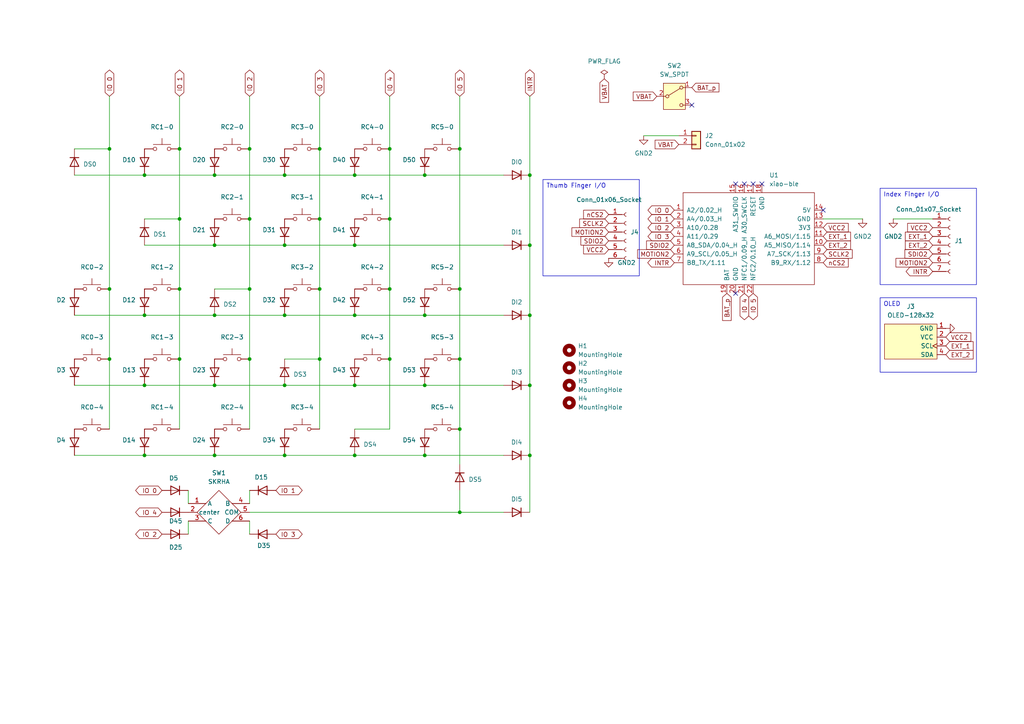
<source format=kicad_sch>
(kicad_sch (version 20250114) (generator "eeschema") (generator_version "9.0")
  (paper "A4")
  (lib_symbols
    (symbol "Connector:Conn_01x06_Socket" (pin_names (offset 1.016) (hide yes))
      (property "Reference" "J" (at 0 7.62 0))
      (property "Value" "Conn_01x06_Socket" (at 0 -10.16 0))
      (symbol "Conn_01x06_Socket_1_1"
        (polyline (pts (xy -1.27 5.08) (xy -0.508 5.08)) (stroke (width 0.1524)))
        (polyline (pts (xy -1.27 2.54) (xy -0.508 2.54)) (stroke (width 0.1524)))
        (polyline (pts (xy -1.27 0) (xy -0.508 0)) (stroke (width 0.1524)))
        (polyline (pts (xy -1.27 -2.54) (xy -0.508 -2.54)) (stroke (width 0.1524)))
        (polyline (pts (xy -1.27 -5.08) (xy -0.508 -5.08)) (stroke (width 0.1524)))
        (polyline (pts (xy -1.27 -7.62) (xy -0.508 -7.62)) (stroke (width 0.1524)))
        (arc (start 0 4.572) (mid -0.5058 5.08) (end 0 5.588) (stroke (width 0.1524)))
        (arc (start 0 2.032) (mid -0.5058 2.54) (end 0 3.048) (stroke (width 0.1524)))
        (arc (start 0 -0.508) (mid -0.5058 0) (end 0 0.508) (stroke (width 0.1524)))
        (arc (start 0 -3.048) (mid -0.5058 -2.54) (end 0 -2.032) (stroke (width 0.1524)))
        (arc (start 0 -5.588) (mid -0.5058 -5.08) (end 0 -4.572) (stroke (width 0.1524)))
        (arc (start 0 -8.128) (mid -0.5058 -7.62) (end 0 -7.112) (stroke (width 0.1524)))
        (pin passive line (at -5.08 5.08 0) (length 3.81) (name "Pin_1") (number "1"))
        (pin passive line (at -5.08 2.54 0) (length 3.81) (name "Pin_2") (number "2"))
        (pin passive line (at -5.08 0 0) (length 3.81) (name "Pin_3") (number "3"))
        (pin passive line (at -5.08 -2.54 0) (length 3.81) (name "Pin_4") (number "4"))
        (pin passive line (at -5.08 -5.08 0) (length 3.81) (name "Pin_5") (number "5"))
        (pin passive line (at -5.08 -7.62 0) (length 3.81) (name "Pin_6") (number "6"))
      )
    )
    (symbol "Connector:Conn_01x07_Socket" (pin_names (offset 1.016) (hide yes))
      (property "Reference" "J" (at 0 10.16 0))
      (property "Value" "Conn_01x07_Socket" (at 0 -10.16 0))
      (symbol "Conn_01x07_Socket_1_1"
        (polyline (pts (xy -1.27 7.62) (xy -0.508 7.62)) (stroke (width 0.1524)))
        (polyline (pts (xy -1.27 5.08) (xy -0.508 5.08)) (stroke (width 0.1524)))
        (polyline (pts (xy -1.27 2.54) (xy -0.508 2.54)) (stroke (width 0.1524)))
        (polyline (pts (xy -1.27 0) (xy -0.508 0)) (stroke (width 0.1524)))
        (polyline (pts (xy -1.27 -2.54) (xy -0.508 -2.54)) (stroke (width 0.1524)))
        (polyline (pts (xy -1.27 -5.08) (xy -0.508 -5.08)) (stroke (width 0.1524)))
        (polyline (pts (xy -1.27 -7.62) (xy -0.508 -7.62)) (stroke (width 0.1524)))
        (arc (start 0 7.112) (mid -0.5058 7.62) (end 0 8.128) (stroke (width 0.1524)))
        (arc (start 0 4.572) (mid -0.5058 5.08) (end 0 5.588) (stroke (width 0.1524)))
        (arc (start 0 2.032) (mid -0.5058 2.54) (end 0 3.048) (stroke (width 0.1524)))
        (arc (start 0 -0.508) (mid -0.5058 0) (end 0 0.508) (stroke (width 0.1524)))
        (arc (start 0 -3.048) (mid -0.5058 -2.54) (end 0 -2.032) (stroke (width 0.1524)))
        (arc (start 0 -5.588) (mid -0.5058 -5.08) (end 0 -4.572) (stroke (width 0.1524)))
        (arc (start 0 -8.128) (mid -0.5058 -7.62) (end 0 -7.112) (stroke (width 0.1524)))
        (pin passive line (at -5.08 7.62 0) (length 3.81) (name "Pin_1") (number "1"))
        (pin passive line (at -5.08 5.08 0) (length 3.81) (name "Pin_2") (number "2"))
        (pin passive line (at -5.08 2.54 0) (length 3.81) (name "Pin_3") (number "3"))
        (pin passive line (at -5.08 0 0) (length 3.81) (name "Pin_4") (number "4"))
        (pin passive line (at -5.08 -2.54 0) (length 3.81) (name "Pin_5") (number "5"))
        (pin passive line (at -5.08 -5.08 0) (length 3.81) (name "Pin_6") (number "6"))
        (pin passive line (at -5.08 -7.62 0) (length 3.81) (name "Pin_7") (number "7"))
      )
    )
    (symbol "Connector_Generic:Conn_01x02" (pin_names (offset 1.016) (hide yes))
      (property "Reference" "J" (at 0 2.54 0))
      (property "Value" "Conn_01x02" (at 0 -5.08 0))
      (symbol "Conn_01x02_1_1"
        (rectangle (start -1.27 1.27) (end 1.27 -3.81) (stroke (width 0.254)) (fill (type background)))
        (rectangle (start -1.27 0.127) (end 0 -0.127) (stroke (width 0.1524)))
        (rectangle (start -1.27 -2.413) (end 0 -2.667) (stroke (width 0.1524)))
        (pin passive line (at -5.08 0 0) (length 3.81) (name "Pin_1") (number "1"))
        (pin passive line (at -5.08 -2.54 0) (length 3.81) (name "Pin_2") (number "2"))
      )
    )
    (symbol "Diode:1N4148" (pin_numbers (hide yes)) (pin_names (hide yes))
      (property "Reference" "D" (at 0 2.54 0))
      (property "Value" "1N4148" (at 0 -2.54 0))
      (symbol "1N4148_0_1"
        (polyline (pts (xy -1.27 1.27) (xy -1.27 -1.27)) (stroke (width 0.254)))
        (polyline (pts (xy 1.27 1.27) (xy 1.27 -1.27) (xy -1.27 0) (xy 1.27 1.27)) (stroke (width 0.254)))
        (polyline (pts (xy 1.27 0) (xy -1.27 0)))
      )
      (symbol "1N4148_1_1"
        (pin passive line (at -3.81 0 0) (length 2.54) (name "K") (number "1"))
        (pin passive line (at 3.81 0 180) (length 2.54) (name "A") (number "2"))
      )
    )
    (symbol "GND_1" (power) (pin_numbers (hide yes)) (pin_names (offset 0) (hide yes))
      (property "Value" "GND" (at 0 -3.81 0))
      (symbol "GND_1_0_1"
        (polyline (pts (xy 0 0) (xy 0 -1.27) (xy 1.27 -1.27) (xy 0 -2.54) (xy -1.27 -1.27) (xy 0 -1.27)))
      )
      (symbol "GND_1_1_1"
        (pin power_in line (at 0 0 270) (length 0) (name "~") (number "1"))
      )
    )
    (symbol "GND_2" (power) (pin_numbers (hide yes)) (pin_names (offset 0) (hide yes))
      (property "Value" "GND" (at 0 -3.81 0))
      (symbol "GND_2_0_1"
        (polyline (pts (xy 0 0) (xy 0 -1.27) (xy 1.27 -1.27) (xy 0 -2.54) (xy -1.27 -1.27) (xy 0 -1.27)))
      )
      (symbol "GND_2_1_1"
        (pin power_in line (at 0 0 270) (length 0) (name "~") (number "1"))
      )
    )
    (symbol "Mechanical:MountingHole" (pin_names (offset 1.016)) (in_bom no)
      (property "Reference" "H" (at 0 5.08 0))
      (property "Value" "MountingHole" (at 0 3.175 0))
      (symbol "MountingHole_0_1"
        (circle (center 0 0) (radius 1.27) (stroke (width 1.27)))
      )
    )
    (symbol "SW_SPDT_1" (pin_names (offset 0) (hide yes))
      (property "Reference" "SW" (at 0 5.08 0))
      (property "Value" "SW_SPDT" (at 0 -5.08 0))
      (symbol "SW_SPDT_1_0_1"
        (circle (center -2.032 0) (radius 0.4572))
        (polyline (pts (xy -1.651 0.254) (xy 1.651 2.286)))
        (circle (center 2.032 2.54) (radius 0.4572))
        (circle (center 2.032 -2.54) (radius 0.4572))
      )
      (symbol "SW_SPDT_1_1_1"
        (rectangle (start -3.175 3.81) (end 3.175 -3.81) (fill (type background)))
        (pin passive line (at -5.08 0 0) (length 2.54) (name "B") (number "2"))
        (pin passive line (at 5.08 2.54 180) (length 2.54) (name "A") (number "1"))
        (pin passive line (at 5.08 -2.54 180) (length 2.54) (name "C") (number "3"))
      )
    )
    (symbol "Switch:SW_Push" (pin_numbers (hide yes)) (pin_names (offset 1.016) (hide yes))
      (property "Reference" "SW" (at 1.27 2.54 0))
      (property "Value" "SW_Push" (at 0 -1.524 0))
      (symbol "SW_Push_0_1"
        (circle (center -2.032 0) (radius 0.508))
        (polyline (pts (xy 0 1.27) (xy 0 3.048)))
        (circle (center 2.032 0) (radius 0.508))
        (polyline (pts (xy 2.54 1.27) (xy -2.54 1.27)))
        (pin passive line (at -5.08 0 0) (length 2.54) (name "1") (number "1"))
        (pin passive line (at 5.08 0 180) (length 2.54) (name "2") (number "2"))
      )
    )
    (symbol "display:OLED-128x32" (pin_names (offset 1.016))
      (property "Reference" "J" (at 0 -6.35 0))
      (property "Value" "OLED-128x32" (at 0 6.35 0))
      (symbol "OLED-128x32_0_1"
        (rectangle (start 0 5.08) (end 15.24 -5.08) (fill (type background)))
      )
      (symbol "OLED-128x32_1_1"
        (pin bidirectional line (at -2.54 3.81 0) (length 2.54) (name "SDA") (number "4"))
        (pin input clock (at -2.54 1.27 0) (length 2.54) (name "SCL") (number "3"))
        (pin power_in line (at -2.54 -1.27 0) (length 2.54) (name "VCC") (number "2"))
        (pin power_in line (at -2.54 -3.81 0) (length 2.54) (name "GND") (number "1"))
      )
    )
    (symbol "mcu:xiao-ble" (pin_names (offset 1.016))
      (property "Reference" "U" (at -17.78 16.51 0))
      (property "Value" "xiao-ble" (at -15.24 13.97 0))
      (symbol "xiao-ble_0_1"
        (rectangle (start -19.05 12.7) (end 19.05 -13.97))
      )
      (symbol "xiao-ble_1_1"
        (pin bidirectional line (at -21.59 7.62 0) (length 2.54) (name "A2/0.02_H") (number "1"))
        (pin bidirectional line (at -21.59 5.08 0) (length 2.54) (name "A4/0.03_H") (number "2"))
        (pin bidirectional line (at -21.59 2.54 0) (length 2.54) (name "A10/0.28") (number "3"))
        (pin bidirectional line (at -21.59 0 0) (length 2.54) (name "A11/0.29") (number "4"))
        (pin bidirectional line (at -21.59 -2.54 0) (length 2.54) (name "A8_SDA/0.04_H") (number "5"))
        (pin bidirectional line (at -21.59 -5.08 0) (length 2.54) (name "A9_SCL/0.05_H") (number "6"))
        (pin bidirectional line (at -21.59 -7.62 0) (length 2.54) (name "B8_TX/1.11") (number "7"))
        (pin bidirectional line (at -6.35 -16.51 90) (length 2.54) (name "BAT") (number "19"))
        (pin input line (at -3.81 15.24 270) (length 2.54) (name "A31_SWDIO") (number "15"))
        (pin power_out line (at -3.81 -16.51 90) (length 2.54) (name "GND") (number "20"))
        (pin input line (at -1.27 15.24 270) (length 2.54) (name "A30_SWCLK") (number "16"))
        (pin bidirectional line (at -1.27 -16.51 90) (length 2.54) (name "NFC1/0.09_H") (number "21"))
        (pin input line (at 1.27 15.24 270) (length 2.54) (name "RESET") (number "17"))
        (pin bidirectional line (at 1.27 -16.51 90) (length 2.54) (name "NFC2/0.10_H") (number "22"))
        (pin power_out line (at 3.81 15.24 270) (length 2.54) (name "GND") (number "18"))
        (pin power_out line (at 21.59 7.62 180) (length 2.54) (name "5V") (number "14"))
        (pin power_out line (at 21.59 5.08 180) (length 2.54) (name "GND") (number "13"))
        (pin power_out line (at 21.59 2.54 180) (length 2.54) (name "3V3") (number "12"))
        (pin bidirectional line (at 21.59 0 180) (length 2.54) (name "A6_MOSI/1.15") (number "11"))
        (pin bidirectional line (at 21.59 -2.54 180) (length 2.54) (name "A5_MISO/1.14") (number "10"))
        (pin bidirectional line (at 21.59 -5.08 180) (length 2.54) (name "A7_SCK/1.13") (number "9"))
        (pin bidirectional line (at 21.59 -7.62 180) (length 2.54) (name "B9_RX/1.12") (number "8"))
      )
    )
    (symbol "power:PWR_FLAG" (power) (pin_numbers (hide yes)) (pin_names (offset 0) (hide yes))
      (property "Value" "PWR_FLAG" (at 0 3.81 0))
      (symbol "PWR_FLAG_0_0"
        (pin power_out line (at 0 0 90) (length 0) (name "~") (number "1"))
      )
      (symbol "PWR_FLAG_0_1"
        (polyline (pts (xy 0 0) (xy 0 1.27) (xy -1.016 1.905) (xy 0 2.54) (xy 1.016 1.905) (xy 0 1.27)))
      )
    )
    (symbol "switch:SKRHA"
      (property "Reference" "SW" (at 0 8.89 0))
      (property "Value" "SKRHA" (at 0 -8.89 0))
      (symbol "SKRHA_0_1"
        (polyline (pts (xy 0 -6.35) (xy 6.35 0) (xy 0 6.35) (xy -6.35 0) (xy 0 -6.35)) (stroke (width 0.1524)))
      )
      (symbol "SKRHA_1_1"
        (pin bidirectional line (at -8.89 2.54 0) (length 5.08) (name "A") (number "1"))
        (pin bidirectional line (at -8.89 0 0) (length 2.54) (name "center") (number "2"))
        (pin bidirectional line (at -8.89 -2.54 0) (length 5.08) (name "C") (number "3"))
        (pin bidirectional line (at 8.89 2.54 180) (length 5.08) (name "B") (number "4"))
        (pin bidirectional line (at 8.89 0 180) (length 2.54) (name "COM") (number "5"))
        (pin bidirectional line (at 8.89 -2.54 180) (length 5.08) (name "D") (number "6"))
      )
    )
  )
  (text_box "Index Finger I/O\n" (at 255.27 54.61 0) (size 27.94 27.94) (margins 0.9525 0.9525 0.9525 0.9525) (effects (font (size 1.27 1.27)) (justify left top)))
  (text_box "Thumb Finger I/O" (at 157.48 52.07 0) (size 27.94 27.94) (margins 0.9525 0.9525 0.9525 0.9525) (effects (font (size 1.27 1.27)) (justify left top)))
  (text_box "OLED\n" (at 255.27 86.36 0) (size 27.94 21.59) (margins 0.9525 0.9525 0.9525 0.9525) (effects (font (size 1.27 1.27)) (justify left top)))
  (junction (at 31.75 104.14))
  (junction (at 92.71 83.82))
  (junction (at 133.35 104.14))
  (junction (at 52.07 83.82))
  (junction (at 72.39 104.14))
  (junction (at 102.87 71.12))
  (junction (at 153.67 71.12))
  (junction (at 153.67 50.8))
  (junction (at 113.03 63.5))
  (junction (at 102.87 132.08))
  (junction (at 82.55 132.08))
  (junction (at 102.87 91.44))
  (junction (at 31.75 83.82))
  (junction (at 41.91 132.08))
  (junction (at 72.39 83.82))
  (junction (at 82.55 91.44))
  (junction (at 41.91 91.44))
  (junction (at 113.03 83.82))
  (junction (at 153.67 132.08))
  (junction (at 62.23 50.8))
  (junction (at 82.55 50.8))
  (junction (at 123.19 132.08))
  (junction (at 52.07 63.5))
  (junction (at 31.75 43.18))
  (junction (at 72.39 63.5))
  (junction (at 92.71 63.5))
  (junction (at 62.23 91.44))
  (junction (at 153.67 91.44))
  (junction (at 62.23 111.76))
  (junction (at 113.03 104.14))
  (junction (at 52.07 104.14))
  (junction (at 41.91 111.76))
  (junction (at 113.03 43.18))
  (junction (at 92.71 104.14))
  (junction (at 62.23 132.08))
  (junction (at 62.23 71.12))
  (junction (at 133.35 148.59))
  (junction (at 123.19 50.8))
  (junction (at 123.19 111.76))
  (junction (at 133.35 124.46))
  (junction (at 52.07 43.18))
  (junction (at 41.91 50.8))
  (junction (at 82.55 71.12))
  (junction (at 72.39 43.18))
  (junction (at 102.87 50.8))
  (junction (at 133.35 83.82))
  (junction (at 102.87 111.76))
  (junction (at 133.35 43.18))
  (junction (at 92.71 43.18))
  (junction (at 153.67 111.76))
  (junction (at 82.55 111.76))
  (junction (at 123.19 91.44))
  (no_connect (at 200.66 30.48))
  (no_connect (at 220.98 53.34))
  (no_connect (at 218.44 53.34))
  (no_connect (at 213.36 85.09))
  (no_connect (at 215.9 53.34))
  (no_connect (at 213.36 53.34))
  (no_connect (at 238.76 60.96))
  (wire (pts (xy 72.39 63.5) (xy 72.39 83.82)))
  (wire (pts (xy 72.39 83.82) (xy 72.39 104.14)))
  (wire (pts (xy 72.39 43.18) (xy 72.39 63.5)))
  (wire (pts (xy 102.87 124.46) (xy 113.03 124.46)))
  (wire (pts (xy 62.23 111.76) (xy 82.55 111.76)))
  (wire (pts (xy 92.71 43.18) (xy 92.71 63.5)))
  (wire (pts (xy 259.08 63.5) (xy 270.51 63.5)))
  (wire (pts (xy 52.07 43.18) (xy 52.07 63.5)))
  (wire (pts (xy 82.55 91.44) (xy 102.87 91.44)))
  (wire (pts (xy 133.35 104.14) (xy 133.35 124.46)))
  (wire (pts (xy 146.05 111.76) (xy 123.19 111.76)))
  (wire (pts (xy 21.59 132.08) (xy 41.91 132.08)))
  (wire (pts (xy 31.75 27.94) (xy 31.75 43.18)))
  (wire (pts (xy 146.05 132.08) (xy 123.19 132.08)))
  (wire (pts (xy 82.55 50.8) (xy 102.87 50.8)))
  (wire (pts (xy 102.87 111.76) (xy 123.19 111.76)))
  (wire (pts (xy 102.87 132.08) (xy 123.19 132.08)))
  (wire (pts (xy 41.91 111.76) (xy 62.23 111.76)))
  (wire (pts (xy 62.23 83.82) (xy 72.39 83.82)))
  (wire (pts (xy 62.23 132.08) (xy 82.55 132.08)))
  (wire (pts (xy 52.07 27.94) (xy 52.07 43.18)))
  (wire (pts (xy 153.67 71.12) (xy 153.67 91.44)))
  (wire (pts (xy 153.67 91.44) (xy 153.67 111.76)))
  (wire (pts (xy 186.69 39.37) (xy 196.85 39.37)))
  (wire (pts (xy 62.23 91.44) (xy 82.55 91.44)))
  (wire (pts (xy 41.91 132.08) (xy 62.23 132.08)))
  (wire (pts (xy 92.71 83.82) (xy 92.71 104.14)))
  (wire (pts (xy 146.05 50.8) (xy 123.19 50.8)))
  (wire (pts (xy 31.75 83.82) (xy 31.75 104.14)))
  (wire (pts (xy 41.91 71.12) (xy 62.23 71.12)))
  (wire (pts (xy 102.87 71.12) (xy 146.05 71.12)))
  (wire (pts (xy 72.39 154.94) (xy 72.39 151.13)))
  (wire (pts (xy 62.23 50.8) (xy 82.55 50.8)))
  (wire (pts (xy 82.55 71.12) (xy 102.87 71.12)))
  (wire (pts (xy 113.03 104.14) (xy 113.03 124.46)))
  (wire (pts (xy 72.39 27.94) (xy 72.39 43.18)))
  (wire (pts (xy 113.03 83.82) (xy 113.03 104.14)))
  (wire (pts (xy 52.07 63.5) (xy 52.07 83.82)))
  (wire (pts (xy 113.03 63.5) (xy 113.03 83.82)))
  (wire (pts (xy 133.35 142.24) (xy 133.35 148.59)))
  (wire (pts (xy 54.61 154.94) (xy 54.61 151.13)))
  (wire (pts (xy 54.61 142.24) (xy 54.61 146.05)))
  (wire (pts (xy 82.55 111.76) (xy 102.87 111.76)))
  (wire (pts (xy 21.59 50.8) (xy 41.91 50.8)))
  (wire (pts (xy 153.67 50.8) (xy 153.67 71.12)))
  (wire (pts (xy 72.39 148.59) (xy 133.35 148.59)))
  (wire (pts (xy 62.23 71.12) (xy 82.55 71.12)))
  (wire (pts (xy 31.75 104.14) (xy 31.75 124.46)))
  (wire (pts (xy 146.05 148.59) (xy 133.35 148.59)))
  (wire (pts (xy 238.76 63.5) (xy 250.19 63.5)))
  (wire (pts (xy 41.91 91.44) (xy 62.23 91.44)))
  (wire (pts (xy 41.91 50.8) (xy 62.23 50.8)))
  (wire (pts (xy 92.71 27.94) (xy 92.71 43.18)))
  (wire (pts (xy 102.87 50.8) (xy 123.19 50.8)))
  (wire (pts (xy 92.71 63.5) (xy 92.71 83.82)))
  (wire (pts (xy 133.35 43.18) (xy 133.35 83.82)))
  (wire (pts (xy 153.67 132.08) (xy 153.67 148.59)))
  (wire (pts (xy 72.39 142.24) (xy 72.39 146.05)))
  (wire (pts (xy 41.91 63.5) (xy 52.07 63.5)))
  (wire (pts (xy 113.03 43.18) (xy 113.03 63.5)))
  (wire (pts (xy 146.05 91.44) (xy 123.19 91.44)))
  (wire (pts (xy 92.71 104.14) (xy 92.71 124.46)))
  (wire (pts (xy 153.67 111.76) (xy 153.67 132.08)))
  (wire (pts (xy 72.39 104.14) (xy 72.39 124.46)))
  (wire (pts (xy 113.03 27.94) (xy 113.03 43.18)))
  (wire (pts (xy 133.35 124.46) (xy 133.35 134.62)))
  (wire (pts (xy 21.59 111.76) (xy 41.91 111.76)))
  (wire (pts (xy 102.87 91.44) (xy 123.19 91.44)))
  (wire (pts (xy 31.75 43.18) (xy 31.75 83.82)))
  (wire (pts (xy 82.55 104.14) (xy 92.71 104.14)))
  (wire (pts (xy 52.07 104.14) (xy 52.07 124.46)))
  (wire (pts (xy 133.35 27.94) (xy 133.35 43.18)))
  (wire (pts (xy 52.07 83.82) (xy 52.07 104.14)))
  (wire (pts (xy 153.67 27.94) (xy 153.67 50.8)))
  (wire (pts (xy 21.59 43.18) (xy 31.75 43.18)))
  (wire (pts (xy 133.35 83.82) (xy 133.35 104.14)))
  (wire (pts (xy 21.59 91.44) (xy 41.91 91.44)))
  (wire (pts (xy 82.55 132.08) (xy 102.87 132.08)))
  (global_label "EXT_1" (shape input) (at 238.76 68.58 0) (property "Intersheetrefs" "${INTERSHEET_REFS}" (effects (hide yes))))
  (global_label "EXT_2" (shape input) (at 270.51 71.12 180) (property "Intersheetrefs" "${INTERSHEET_REFS}" (effects (hide yes))))
  (global_label "MOTION2" (shape input) (at 270.51 76.2 180) (property "Intersheetrefs" "${INTERSHEET_REFS}" (effects (hide yes))))
  (global_label "IO 1" (shape bidirectional) (at 52.07 27.94 90) (property "Intersheetrefs" "${INTERSHEET_REFS}" (effects (hide yes))))
  (global_label "SDIO2" (shape input) (at 270.51 73.66 180) (property "Intersheetrefs" "${INTERSHEET_REFS}" (effects (hide yes))))
  (global_label "VBAT" (shape input) (at 190.5 27.94 180) (property "Intersheetrefs" "${INTERSHEET_REFS}" (effects (hide yes))))
  (global_label "IO 5" (shape bidirectional) (at 218.44 85.09 270) (property "Intersheetrefs" "${INTERSHEET_REFS}" (effects (hide yes))))
  (global_label "VCC2" (shape input) (at 274.32 97.79 0) (property "Intersheetrefs" "${INTERSHEET_REFS}" (effects (hide yes))))
  (global_label "INTR" (shape bidirectional) (at 195.58 76.2 180) (property "Intersheetrefs" "${INTERSHEET_REFS}" (effects (hide yes))))
  (global_label "IO 0" (shape bidirectional) (at 195.58 60.96 180) (property "Intersheetrefs" "${INTERSHEET_REFS}" (effects (hide yes))))
  (global_label "IO 0" (shape bidirectional) (at 31.75 27.94 90) (property "Intersheetrefs" "${INTERSHEET_REFS}" (effects (hide yes))))
  (global_label "MOTION2" (shape input) (at 195.58 73.66 180) (property "Intersheetrefs" "${INTERSHEET_REFS}" (effects (hide yes))))
  (global_label "INTR" (shape bidirectional) (at 153.67 27.94 90) (property "Intersheetrefs" "${INTERSHEET_REFS}" (effects (hide yes))))
  (global_label "VBAT" (shape input) (at 175.26 22.86 270) (property "Intersheetrefs" "${INTERSHEET_REFS}" (effects (hide yes))))
  (global_label "SDIO2" (shape input) (at 176.53 69.85 180) (property "Intersheetrefs" "${INTERSHEET_REFS}" (effects (hide yes))))
  (global_label "IO 4" (shape bidirectional) (at 46.99 148.59 180) (property "Intersheetrefs" "${INTERSHEET_REFS}" (effects (hide yes))))
  (global_label "IO 5" (shape bidirectional) (at 133.35 27.94 90) (property "Intersheetrefs" "${INTERSHEET_REFS}" (effects (hide yes))))
  (global_label "nCS2" (shape input) (at 176.53 62.23 180) (property "Intersheetrefs" "${INTERSHEET_REFS}" (effects (hide yes))))
  (global_label "IO 0" (shape bidirectional) (at 46.99 142.24 180) (property "Intersheetrefs" "${INTERSHEET_REFS}" (effects (hide yes))))
  (global_label "VBAT" (shape input) (at 196.85 41.91 180) (property "Intersheetrefs" "${INTERSHEET_REFS}" (effects (hide yes))))
  (global_label "IO 1" (shape bidirectional) (at 80.01 142.24 0) (property "Intersheetrefs" "${INTERSHEET_REFS}" (effects (hide yes))))
  (global_label "MOTION2" (shape input) (at 176.53 67.31 180) (property "Intersheetrefs" "${INTERSHEET_REFS}" (effects (hide yes))))
  (global_label "IO 2" (shape bidirectional) (at 195.58 66.04 180) (property "Intersheetrefs" "${INTERSHEET_REFS}" (effects (hide yes))))
  (global_label "IO 2" (shape bidirectional) (at 72.39 27.94 90) (property "Intersheetrefs" "${INTERSHEET_REFS}" (effects (hide yes))))
  (global_label "IO 4" (shape bidirectional) (at 215.9 85.09 270) (property "Intersheetrefs" "${INTERSHEET_REFS}" (effects (hide yes))))
  (global_label "BAT_p" (shape input) (at 210.82 85.09 270) (property "Intersheetrefs" "${INTERSHEET_REFS}" (effects (hide yes))))
  (global_label "IO 3" (shape bidirectional) (at 80.01 154.94 0) (property "Intersheetrefs" "${INTERSHEET_REFS}" (effects (hide yes))))
  (global_label "nCS2" (shape input) (at 238.76 76.2 0) (property "Intersheetrefs" "${INTERSHEET_REFS}" (effects (hide yes))))
  (global_label "IO 3" (shape bidirectional) (at 195.58 68.58 180) (property "Intersheetrefs" "${INTERSHEET_REFS}" (effects (hide yes))))
  (global_label "IO 2" (shape bidirectional) (at 46.99 154.94 180) (property "Intersheetrefs" "${INTERSHEET_REFS}" (effects (hide yes))))
  (global_label "SCLK2" (shape input) (at 238.76 73.66 0) (property "Intersheetrefs" "${INTERSHEET_REFS}" (effects (hide yes))))
  (global_label "SCLK2" (shape input) (at 176.53 64.77 180) (property "Intersheetrefs" "${INTERSHEET_REFS}" (effects (hide yes))))
  (global_label "IO 1" (shape bidirectional) (at 195.58 63.5 180) (property "Intersheetrefs" "${INTERSHEET_REFS}" (effects (hide yes))))
  (global_label "VCC2" (shape input) (at 176.53 72.39 180) (property "Intersheetrefs" "${INTERSHEET_REFS}" (effects (hide yes))))
  (global_label "EXT_2" (shape input) (at 238.76 71.12 0) (property "Intersheetrefs" "${INTERSHEET_REFS}" (effects (hide yes))))
  (global_label "SDIO2" (shape input) (at 195.58 71.12 180) (property "Intersheetrefs" "${INTERSHEET_REFS}" (effects (hide yes))))
  (global_label "IO 4" (shape bidirectional) (at 113.03 27.94 90) (property "Intersheetrefs" "${INTERSHEET_REFS}" (effects (hide yes))))
  (global_label "EXT_2" (shape input) (at 274.32 102.87 0) (property "Intersheetrefs" "${INTERSHEET_REFS}" (effects (hide yes))))
  (global_label "INTR" (shape bidirectional) (at 270.51 78.74 180) (property "Intersheetrefs" "${INTERSHEET_REFS}" (effects (hide yes))))
  (global_label "VCC2" (shape input) (at 270.51 66.04 180) (property "Intersheetrefs" "${INTERSHEET_REFS}" (effects (hide yes))))
  (global_label "IO 3" (shape bidirectional) (at 92.71 27.94 90) (property "Intersheetrefs" "${INTERSHEET_REFS}" (effects (hide yes))))
  (global_label "EXT_1" (shape input) (at 270.51 68.58 180) (property "Intersheetrefs" "${INTERSHEET_REFS}" (effects (hide yes))))
  (global_label "BAT_p" (shape input) (at 200.66 25.4 0) (property "Intersheetrefs" "${INTERSHEET_REFS}" (effects (hide yes))))
  (global_label "VCC2" (shape input) (at 238.76 66.04 0) (property "Intersheetrefs" "${INTERSHEET_REFS}" (effects (hide yes))))
  (global_label "EXT_1" (shape input) (at 274.32 100.33 0) (property "Intersheetrefs" "${INTERSHEET_REFS}" (effects (hide yes))))
  (symbol (lib_name "GND_2") (lib_id "power:GND") (at 274.32 95.25 90) (unit 1)
    (property "Reference" "#PWR01" (effects (hide yes)))
    (property "Value" "GND2" (effects (hide yes)))
    (property "Description" "Power symbol creates a global label with name \"GND\" , ground" (effects (hide yes)))
  )
  (symbol (lib_id "Diode:1N4148") (at 76.2 142.24 0) (mirror x) (unit 1)
    (property "Reference" "D15" (at 77.724 138.43 0) (effects (justify right)))
    (property "Value" "1N4148" (effects (hide yes)))
    (property "Footprint" "Sekitei:SOD123_DIO" (effects (hide yes)))
    (property "Datasheet" "https://assets.nexperia.com/documents/data-sheet/1N4148_1N4448.pdf" (effects (hide yes)))
    (property "Sim.Device" "D" (effects (hide yes)))
    (property "Sim.Pins" "1=K 2=A" (effects (hide yes)))
  )
  (symbol (lib_id "Switch:SW_Push") (at 107.95 83.82 0) (mirror y) (unit 1)
    (property "Reference" "RC4-2" (at 107.95 77.47 0))
    (property "Value" "SW_Push" (effects (hide yes)))
    (property "Footprint" "Sekitei:Choc_v2_Hotswap_1u_narrow" (effects (hide yes)))
  )
  (symbol (lib_id "Diode:1N4148") (at 82.55 107.95 90) (mirror x) (unit 1)
    (property "Reference" "DS3" (at 85.09 108.585 90) (effects (justify right)))
    (property "Value" "1N4148" (effects (hide yes)))
    (property "Footprint" "Sekitei:SOD123_DIO" (effects (hide yes)))
    (property "Datasheet" "https://assets.nexperia.com/documents/data-sheet/1N4148_1N4448.pdf" (effects (hide yes)))
    (property "Sim.Device" "D" (effects (hide yes)))
    (property "Sim.Pins" "1=K 2=A" (effects (hide yes)))
  )
  (symbol (lib_id "Diode:1N4148") (at 123.19 107.95 270) (mirror x) (unit 1)
    (property "Reference" "D53" (at 120.65 107.315 90) (effects (justify right)))
    (property "Value" "1N4148" (effects (hide yes)))
    (property "Footprint" "Sekitei:SOD123_DIO" (effects (hide yes)))
    (property "Datasheet" "https://assets.nexperia.com/documents/data-sheet/1N4148_1N4448.pdf" (effects (hide yes)))
    (property "Sim.Device" "D" (effects (hide yes)))
    (property "Sim.Pins" "1=K 2=A" (effects (hide yes)))
  )
  (symbol (lib_name "SW_SPDT_1") (lib_id "Switch:SW_SPDT") (at 195.58 27.94 0) (unit 1)
    (property "Reference" "SW2" (at 195.58 19.05 0))
    (property "Value" "SW_SPDT" (at 195.58 21.59 0))
    (property "Footprint" "Sekitei:SW_Slide-03_Wuerth-WS-SLTV_10x2.5x6.4_P2.54mm" (effects (hide yes)))
    (property "Description" "Switch, single pole double throw" (effects (hide yes)))
  )
  (symbol (lib_id "Diode:1N4148") (at 102.87 67.31 270) (mirror x) (unit 1)
    (property "Reference" "D41" (at 100.33 66.675 90) (effects (justify right)))
    (property "Value" "1N4148" (effects (hide yes)))
    (property "Footprint" "Sekitei:SOD123_DIO" (effects (hide yes)))
    (property "Datasheet" "https://assets.nexperia.com/documents/data-sheet/1N4148_1N4448.pdf" (effects (hide yes)))
    (property "Sim.Device" "D" (effects (hide yes)))
    (property "Sim.Pins" "1=K 2=A" (effects (hide yes)))
  )
  (symbol (lib_id "Mechanical:MountingHole") (at 165.1 106.68 0) (unit 1) (in_bom no)
    (property "Reference" "H2" (at 167.64 105.4099 0) (effects (justify left)))
    (property "Value" "MountingHole" (at 167.64 107.9499 0) (effects (justify left)))
    (property "Footprint" "kbd_Hole:m2_Screw_Hole" (effects (hide yes)))
    (property "Description" "Mounting Hole without connection" (effects (hide yes)))
  )
  (symbol (lib_id "Diode:1N4148") (at 41.91 46.99 270) (mirror x) (unit 1)
    (property "Reference" "D10" (at 39.37 46.355 90) (effects (justify right)))
    (property "Value" "1N4148" (effects (hide yes)))
    (property "Footprint" "Sekitei:SOD123_DIO" (effects (hide yes)))
    (property "Datasheet" "https://assets.nexperia.com/documents/data-sheet/1N4148_1N4448.pdf" (effects (hide yes)))
    (property "Sim.Device" "D" (effects (hide yes)))
    (property "Sim.Pins" "1=K 2=A" (effects (hide yes)))
  )
  (symbol (lib_id "Switch:SW_Push") (at 87.63 83.82 0) (mirror y) (unit 1)
    (property "Reference" "RC3-2" (at 87.63 77.47 0))
    (property "Value" "SW_Push" (effects (hide yes)))
    (property "Footprint" "Sekitei:Choc_v2_Hotswap_1u_narrow" (effects (hide yes)))
  )
  (symbol (lib_id "Switch:SW_Push") (at 26.67 104.14 0) (mirror y) (unit 1)
    (property "Reference" "RC0-3" (at 26.67 97.79 0))
    (property "Value" "SW_Push" (effects (hide yes)))
    (property "Footprint" "Sekitei:Choc_v2_Hotswap_1u_narrow" (effects (hide yes)))
  )
  (symbol (lib_id "Diode:1N4148") (at 102.87 46.99 270) (mirror x) (unit 1)
    (property "Reference" "D40" (at 100.33 46.355 90) (effects (justify right)))
    (property "Value" "1N4148" (effects (hide yes)))
    (property "Footprint" "Sekitei:SOD123_DIO" (effects (hide yes)))
    (property "Datasheet" "https://assets.nexperia.com/documents/data-sheet/1N4148_1N4448.pdf" (effects (hide yes)))
    (property "Sim.Device" "D" (effects (hide yes)))
    (property "Sim.Pins" "1=K 2=A" (effects (hide yes)))
  )
  (symbol (lib_id "switch:SKRHA") (at 63.5 148.59 0) (unit 1)
    (property "Reference" "SW1" (at 63.5 137.16 0))
    (property "Value" "SKRHA" (at 63.5 139.7 0))
    (property "Footprint" "Sekitei:SKRHA-boss" (effects (hide yes)))
  )
  (symbol (lib_id "Switch:SW_Push") (at 67.31 104.14 0) (mirror y) (unit 1)
    (property "Reference" "RC2-3" (at 67.31 97.79 0))
    (property "Value" "SW_Push" (effects (hide yes)))
    (property "Footprint" "Sekitei:Choc_v2_Hotswap_1u_narrow" (effects (hide yes)))
  )
  (symbol (lib_id "Diode:1N4148") (at 41.91 87.63 270) (mirror x) (unit 1)
    (property "Reference" "D12" (at 39.37 86.995 90) (effects (justify right)))
    (property "Value" "1N4148" (effects (hide yes)))
    (property "Footprint" "Sekitei:SOD123_DIO" (effects (hide yes)))
    (property "Datasheet" "https://assets.nexperia.com/documents/data-sheet/1N4148_1N4448.pdf" (effects (hide yes)))
    (property "Sim.Device" "D" (effects (hide yes)))
    (property "Sim.Pins" "1=K 2=A" (effects (hide yes)))
  )
  (symbol (lib_id "Mechanical:MountingHole") (at 165.1 101.6 0) (unit 1) (in_bom no)
    (property "Reference" "H1" (at 167.64 100.3299 0) (effects (justify left)))
    (property "Value" "MountingHole" (at 167.64 102.8699 0) (effects (justify left)))
    (property "Footprint" "kbd_Hole:m2_Screw_Hole" (effects (hide yes)))
    (property "Description" "Mounting Hole without connection" (effects (hide yes)))
  )
  (symbol (lib_id "Diode:1N4148") (at 82.55 128.27 270) (mirror x) (unit 1)
    (property "Reference" "D34" (at 80.01 127.635 90) (effects (justify right)))
    (property "Value" "1N4148" (effects (hide yes)))
    (property "Footprint" "Sekitei:SOD123_DIO" (effects (hide yes)))
    (property "Datasheet" "https://assets.nexperia.com/documents/data-sheet/1N4148_1N4448.pdf" (effects (hide yes)))
    (property "Sim.Device" "D" (effects (hide yes)))
    (property "Sim.Pins" "1=K 2=A" (effects (hide yes)))
  )
  (symbol (lib_id "Switch:SW_Push") (at 107.95 43.18 0) (mirror y) (unit 1)
    (property "Reference" "RC4-0" (at 107.95 36.83 0))
    (property "Value" "SW_Push" (effects (hide yes)))
    (property "Footprint" "Sekitei:Choc_v2_Hotswap_1u_narrow" (effects (hide yes)))
  )
  (symbol (lib_id "Mechanical:MountingHole") (at 165.1 116.84 0) (unit 1) (in_bom no)
    (property "Reference" "H4" (at 167.64 115.5699 0) (effects (justify left)))
    (property "Value" "MountingHole" (at 167.64 118.1099 0) (effects (justify left)))
    (property "Footprint" "kbd_Hole:m2_Screw_Hole" (effects (hide yes)))
    (property "Description" "Mounting Hole without connection" (effects (hide yes)))
  )
  (symbol (lib_id "Switch:SW_Push") (at 67.31 124.46 0) (mirror y) (unit 1)
    (property "Reference" "RC2-4" (at 67.31 118.11 0))
    (property "Value" "SW_Push" (effects (hide yes)))
    (property "Footprint" "Sekitei:Choc_v2_Hotswap_1u_narrow" (effects (hide yes)))
  )
  (symbol (lib_id "Diode:1N4148") (at 149.86 91.44 0) (mirror y) (unit 1)
    (property "Reference" "DI2" (at 149.86 87.63 0))
    (property "Value" "1N4148" (effects (hide yes)))
    (property "Footprint" "Sekitei:SOD123_DIO" (effects (hide yes)))
    (property "Datasheet" "https://assets.nexperia.com/documents/data-sheet/1N4148_1N4448.pdf" (effects (hide yes)))
    (property "Sim.Device" "D" (effects (hide yes)))
    (property "Sim.Pins" "1=K 2=A" (effects (hide yes)))
  )
  (symbol (lib_id "Diode:1N4148") (at 41.91 107.95 270) (mirror x) (unit 1)
    (property "Reference" "D13" (at 39.37 107.315 90) (effects (justify right)))
    (property "Value" "1N4148" (effects (hide yes)))
    (property "Footprint" "Sekitei:SOD123_DIO" (effects (hide yes)))
    (property "Datasheet" "https://assets.nexperia.com/documents/data-sheet/1N4148_1N4448.pdf" (effects (hide yes)))
    (property "Sim.Device" "D" (effects (hide yes)))
    (property "Sim.Pins" "1=K 2=A" (effects (hide yes)))
  )
  (symbol (lib_id "display:OLED-128x32") (at 271.78 99.06 180) (unit 1)
    (property "Reference" "J3" (at 264.16 88.9 0))
    (property "Value" "OLED-128x32" (at 264.16 91.44 0))
    (property "Footprint" "Sekitei:OLED-128x32-cutout" (effects (hide yes)))
  )
  (symbol (lib_id "Diode:1N4148") (at 62.23 87.63 90) (mirror x) (unit 1)
    (property "Reference" "DS2" (at 64.77 88.265 90) (effects (justify right)))
    (property "Value" "1N4148" (effects (hide yes)))
    (property "Footprint" "Sekitei:SOD123_DIO" (effects (hide yes)))
    (property "Datasheet" "https://assets.nexperia.com/documents/data-sheet/1N4148_1N4448.pdf" (effects (hide yes)))
    (property "Sim.Device" "D" (effects (hide yes)))
    (property "Sim.Pins" "1=K 2=A" (effects (hide yes)))
  )
  (symbol (lib_id "Diode:1N4148") (at 62.23 46.99 270) (mirror x) (unit 1)
    (property "Reference" "D20" (at 59.69 46.355 90) (effects (justify right)))
    (property "Value" "1N4148" (effects (hide yes)))
    (property "Footprint" "Sekitei:SOD123_DIO" (effects (hide yes)))
    (property "Datasheet" "https://assets.nexperia.com/documents/data-sheet/1N4148_1N4448.pdf" (effects (hide yes)))
    (property "Sim.Device" "D" (effects (hide yes)))
    (property "Sim.Pins" "1=K 2=A" (effects (hide yes)))
  )
  (symbol (lib_id "Switch:SW_Push") (at 67.31 63.5 0) (mirror y) (unit 1)
    (property "Reference" "RC2-1" (at 67.31 57.15 0))
    (property "Value" "SW_Push" (effects (hide yes)))
    (property "Footprint" "Sekitei:Choc_v2_Hotswap_1u_narrow" (effects (hide yes)))
  )
  (symbol (lib_id "Diode:1N4148") (at 21.59 107.95 270) (mirror x) (unit 1)
    (property "Reference" "D3" (at 19.05 107.315 90) (effects (justify right)))
    (property "Value" "1N4148" (effects (hide yes)))
    (property "Footprint" "Sekitei:SOD123_DIO" (effects (hide yes)))
    (property "Datasheet" "https://assets.nexperia.com/documents/data-sheet/1N4148_1N4448.pdf" (effects (hide yes)))
    (property "Sim.Device" "D" (effects (hide yes)))
    (property "Sim.Pins" "1=K 2=A" (effects (hide yes)))
  )
  (symbol (lib_id "Switch:SW_Push") (at 128.27 124.46 0) (mirror y) (unit 1)
    (property "Reference" "RC5-4" (at 128.27 118.11 0))
    (property "Value" "SW_Push" (effects (hide yes)))
    (property "Footprint" "Sekitei:Choc_v2_Hotswap_1u_narrow" (effects (hide yes)))
  )
  (symbol (lib_id "Switch:SW_Push") (at 107.95 63.5 0) (mirror y) (unit 1)
    (property "Reference" "RC4-1" (at 107.95 57.15 0))
    (property "Value" "SW_Push" (effects (hide yes)))
    (property "Footprint" "Sekitei:Choc_v2_Hotswap_1u_narrow" (effects (hide yes)))
  )
  (symbol (lib_id "Diode:1N4148") (at 21.59 87.63 270) (mirror x) (unit 1)
    (property "Reference" "D2" (at 19.05 86.995 90) (effects (justify right)))
    (property "Value" "1N4148" (effects (hide yes)))
    (property "Footprint" "Sekitei:SOD123_DIO" (effects (hide yes)))
    (property "Datasheet" "https://assets.nexperia.com/documents/data-sheet/1N4148_1N4448.pdf" (effects (hide yes)))
    (property "Sim.Device" "D" (effects (hide yes)))
    (property "Sim.Pins" "1=K 2=A" (effects (hide yes)))
  )
  (symbol (lib_id "Switch:SW_Push") (at 46.99 124.46 0) (mirror y) (unit 1)
    (property "Reference" "RC1-4" (at 46.99 118.11 0))
    (property "Value" "SW_Push" (effects (hide yes)))
    (property "Footprint" "Sekitei:Choc_v2_Hotswap_1u_narrow" (effects (hide yes)))
  )
  (symbol (lib_id "Switch:SW_Push") (at 87.63 63.5 0) (mirror y) (unit 1)
    (property "Reference" "RC3-1" (at 87.63 57.15 0))
    (property "Value" "SW_Push" (effects (hide yes)))
    (property "Footprint" "Sekitei:Choc_v2_Hotswap_1u_narrow" (effects (hide yes)))
  )
  (symbol (lib_id "Diode:1N4148") (at 82.55 46.99 270) (mirror x) (unit 1)
    (property "Reference" "D30" (at 80.01 46.355 90) (effects (justify right)))
    (property "Value" "1N4148" (effects (hide yes)))
    (property "Footprint" "Sekitei:SOD123_DIO" (effects (hide yes)))
    (property "Datasheet" "https://assets.nexperia.com/documents/data-sheet/1N4148_1N4448.pdf" (effects (hide yes)))
    (property "Sim.Device" "D" (effects (hide yes)))
    (property "Sim.Pins" "1=K 2=A" (effects (hide yes)))
  )
  (symbol (lib_id "power:PWR_FLAG") (at 175.26 22.86 0) (unit 1)
    (property "Reference" "#FLG01" (effects (hide yes)))
    (property "Value" "PWR_FLAG" (at 175.26 17.78 0))
    (property "Description" "Special symbol for telling ERC where power comes from" (effects (hide yes)))
  )
  (symbol (lib_id "Diode:1N4148") (at 82.55 87.63 270) (mirror x) (unit 1)
    (property "Reference" "D32" (at 80.01 86.995 90) (effects (justify right)))
    (property "Value" "1N4148" (effects (hide yes)))
    (property "Footprint" "Sekitei:SOD123_DIO" (effects (hide yes)))
    (property "Datasheet" "https://assets.nexperia.com/documents/data-sheet/1N4148_1N4448.pdf" (effects (hide yes)))
    (property "Sim.Device" "D" (effects (hide yes)))
    (property "Sim.Pins" "1=K 2=A" (effects (hide yes)))
  )
  (symbol (lib_id "Diode:1N4148") (at 149.86 132.08 0) (mirror y) (unit 1)
    (property "Reference" "DI4" (at 149.86 128.27 0))
    (property "Value" "1N4148" (effects (hide yes)))
    (property "Footprint" "Sekitei:SOD123_DIO" (effects (hide yes)))
    (property "Datasheet" "https://assets.nexperia.com/documents/data-sheet/1N4148_1N4448.pdf" (effects (hide yes)))
    (property "Sim.Device" "D" (effects (hide yes)))
    (property "Sim.Pins" "1=K 2=A" (effects (hide yes)))
  )
  (symbol (lib_id "Diode:1N4148") (at 102.87 87.63 270) (mirror x) (unit 1)
    (property "Reference" "D42" (at 100.33 86.995 90) (effects (justify right)))
    (property "Value" "1N4148" (effects (hide yes)))
    (property "Footprint" "Sekitei:SOD123_DIO" (effects (hide yes)))
    (property "Datasheet" "https://assets.nexperia.com/documents/data-sheet/1N4148_1N4448.pdf" (effects (hide yes)))
    (property "Sim.Device" "D" (effects (hide yes)))
    (property "Sim.Pins" "1=K 2=A" (effects (hide yes)))
  )
  (symbol (lib_id "Switch:SW_Push") (at 128.27 83.82 0) (mirror y) (unit 1)
    (property "Reference" "RC5-2" (at 128.27 77.47 0))
    (property "Value" "SW_Push" (effects (hide yes)))
    (property "Footprint" "Sekitei:Choc_v2_Hotswap_1u_narrow" (effects (hide yes)))
  )
  (symbol (lib_id "Switch:SW_Push") (at 128.27 104.14 0) (mirror y) (unit 1)
    (property "Reference" "RC5-3" (at 128.27 97.79 0))
    (property "Value" "SW_Push" (effects (hide yes)))
    (property "Footprint" "Sekitei:Choc_v2_Hotswap_1u_narrow" (effects (hide yes)))
  )
  (symbol (lib_id "Diode:1N4148") (at 76.2 154.94 0) (mirror x) (unit 1)
    (property "Reference" "D35" (at 78.486 158.242 0) (effects (justify right)))
    (property "Value" "1N4148" (effects (hide yes)))
    (property "Footprint" "Sekitei:SOD123_DIO" (effects (hide yes)))
    (property "Datasheet" "https://assets.nexperia.com/documents/data-sheet/1N4148_1N4448.pdf" (effects (hide yes)))
    (property "Sim.Device" "D" (effects (hide yes)))
    (property "Sim.Pins" "1=K 2=A" (effects (hide yes)))
  )
  (symbol (lib_id "Diode:1N4148") (at 50.8 154.94 0) (mirror y) (unit 1)
    (property "Reference" "D25" (at 49.022 158.75 0) (effects (justify right)))
    (property "Value" "1N4148" (effects (hide yes)))
    (property "Footprint" "Sekitei:SOD123_DIO" (effects (hide yes)))
    (property "Datasheet" "https://assets.nexperia.com/documents/data-sheet/1N4148_1N4448.pdf" (effects (hide yes)))
    (property "Sim.Device" "D" (effects (hide yes)))
    (property "Sim.Pins" "1=K 2=A" (effects (hide yes)))
  )
  (symbol (lib_id "Diode:1N4148") (at 149.86 71.12 0) (mirror y) (unit 1)
    (property "Reference" "DI1" (at 149.86 67.31 0))
    (property "Value" "1N4148" (effects (hide yes)))
    (property "Footprint" "Sekitei:SOD123_DIO" (effects (hide yes)))
    (property "Datasheet" "https://assets.nexperia.com/documents/data-sheet/1N4148_1N4448.pdf" (effects (hide yes)))
    (property "Sim.Device" "D" (effects (hide yes)))
    (property "Sim.Pins" "1=K 2=A" (effects (hide yes)))
  )
  (symbol (lib_name "GND_2") (lib_id "power:GND") (at 259.08 63.5 0) (unit 1)
    (property "Reference" "#PWR06" (effects (hide yes)))
    (property "Value" "GND2" (at 259.08 68.58 0))
    (property "Description" "Power symbol creates a global label with name \"GND\" , ground" (effects (hide yes)))
  )
  (symbol (lib_id "Diode:1N4148") (at 123.19 87.63 270) (mirror x) (unit 1)
    (property "Reference" "D52" (at 120.65 86.995 90) (effects (justify right)))
    (property "Value" "1N4148" (effects (hide yes)))
    (property "Footprint" "Sekitei:SOD123_DIO" (effects (hide yes)))
    (property "Datasheet" "https://assets.nexperia.com/documents/data-sheet/1N4148_1N4448.pdf" (effects (hide yes)))
    (property "Sim.Device" "D" (effects (hide yes)))
    (property "Sim.Pins" "1=K 2=A" (effects (hide yes)))
  )
  (symbol (lib_id "Mechanical:MountingHole") (at 165.1 111.76 0) (unit 1) (in_bom no)
    (property "Reference" "H3" (at 167.64 110.4899 0) (effects (justify left)))
    (property "Value" "MountingHole" (at 167.64 113.0299 0) (effects (justify left)))
    (property "Footprint" "kbd_Hole:m2_Screw_Hole" (effects (hide yes)))
    (property "Description" "Mounting Hole without connection" (effects (hide yes)))
  )
  (symbol (lib_id "Diode:1N4148") (at 50.8 142.24 0) (mirror y) (unit 1)
    (property "Reference" "D5" (at 49.022 138.684 0) (effects (justify right)))
    (property "Value" "1N4148" (effects (hide yes)))
    (property "Footprint" "Sekitei:SOD123_DIO" (effects (hide yes)))
    (property "Datasheet" "https://assets.nexperia.com/documents/data-sheet/1N4148_1N4448.pdf" (effects (hide yes)))
    (property "Sim.Device" "D" (effects (hide yes)))
    (property "Sim.Pins" "1=K 2=A" (effects (hide yes)))
  )
  (symbol (lib_name "GND_2") (lib_id "power:GND") (at 250.19 63.5 0) (unit 1)
    (property "Reference" "#PWR04" (effects (hide yes)))
    (property "Value" "GND2" (at 250.19 68.58 0))
    (property "Description" "Power symbol creates a global label with name \"GND\" , ground" (effects (hide yes)))
  )
  (symbol (lib_name "GND_1") (lib_id "power:GND") (at 186.69 39.37 0) (unit 1)
    (property "Reference" "#PWR02" (effects (hide yes)))
    (property "Value" "GND2" (at 186.69 44.45 0))
    (property "Description" "Power symbol creates a global label with name \"GND\" , ground" (effects (hide yes)))
  )
  (symbol (lib_id "Diode:1N4148") (at 149.86 111.76 0) (mirror y) (unit 1)
    (property "Reference" "DI3" (at 149.86 107.95 0))
    (property "Value" "1N4148" (effects (hide yes)))
    (property "Footprint" "Sekitei:SOD123_DIO" (effects (hide yes)))
    (property "Datasheet" "https://assets.nexperia.com/documents/data-sheet/1N4148_1N4448.pdf" (effects (hide yes)))
    (property "Sim.Device" "D" (effects (hide yes)))
    (property "Sim.Pins" "1=K 2=A" (effects (hide yes)))
  )
  (symbol (lib_id "mcu:xiao-ble") (at 217.17 68.58 0) (unit 1)
    (property "Reference" "U1" (at 223.1233 50.8 0) (effects (justify left)))
    (property "Value" "xiao-ble" (at 223.1233 53.34 0) (effects (justify left)))
    (property "Footprint" "Sekitei:xiao-ble-smd-cutout-hole-mod" (effects (hide yes)))
  )
  (symbol (lib_id "Connector:Conn_01x06_Socket") (at 181.61 67.31 0) (unit 1)
    (property "Reference" "J4" (at 182.88 67.3099 0) (effects (justify left)))
    (property "Value" "Conn_01x06_Socket" (at 167.132 57.912 0) (effects (justify left)))
    (property "Footprint" "Connector_FFC-FPC:Hirose_FH12-6S-0.5SH_1x06-1MP_P0.50mm_Horizontal" (effects (hide yes)))
    (property "Description" "Generic connector, single row, 01x06, script generated" (effects (hide yes)))
  )
  (symbol (lib_id "Diode:1N4148") (at 133.35 138.43 90) (mirror x) (unit 1)
    (property "Reference" "DS5" (at 135.89 139.065 90) (effects (justify right)))
    (property "Value" "1N4148" (effects (hide yes)))
    (property "Footprint" "Sekitei:SOD123_DIO" (effects (hide yes)))
    (property "Datasheet" "https://assets.nexperia.com/documents/data-sheet/1N4148_1N4448.pdf" (effects (hide yes)))
    (property "Sim.Device" "D" (effects (hide yes)))
    (property "Sim.Pins" "1=K 2=A" (effects (hide yes)))
  )
  (symbol (lib_id "Connector:Conn_01x07_Socket") (at 275.59 71.12 0) (unit 1)
    (property "Reference" "J1" (at 276.86 69.8499 0) (effects (justify left)))
    (property "Value" "Conn_01x07_Socket" (at 259.842 60.706 0) (effects (justify left)))
    (property "Footprint" "Connector_PinHeader_2.54mm:PinHeader_1x07_P2.54mm_Vertical" (effects (hide yes)))
    (property "Description" "Generic connector, single row, 01x07, script generated" (effects (hide yes)))
  )
  (symbol (lib_id "Diode:1N4148") (at 149.86 50.8 0) (mirror y) (unit 1)
    (property "Reference" "DI0" (at 149.86 46.99 0))
    (property "Value" "1N4148" (effects (hide yes)))
    (property "Footprint" "Sekitei:SOD123_DIO" (effects (hide yes)))
    (property "Datasheet" "https://assets.nexperia.com/documents/data-sheet/1N4148_1N4448.pdf" (effects (hide yes)))
    (property "Sim.Device" "D" (effects (hide yes)))
    (property "Sim.Pins" "1=K 2=A" (effects (hide yes)))
  )
  (symbol (lib_id "Diode:1N4148") (at 21.59 46.99 90) (mirror x) (unit 1)
    (property "Reference" "DS0" (at 24.13 47.625 90) (effects (justify right)))
    (property "Value" "1N4148" (effects (hide yes)))
    (property "Footprint" "Sekitei:SOD123_DIO" (effects (hide yes)))
    (property "Datasheet" "https://assets.nexperia.com/documents/data-sheet/1N4148_1N4448.pdf" (effects (hide yes)))
    (property "Sim.Device" "D" (effects (hide yes)))
    (property "Sim.Pins" "1=K 2=A" (effects (hide yes)))
  )
  (symbol (lib_id "Diode:1N4148") (at 41.91 67.31 90) (mirror x) (unit 1)
    (property "Reference" "DS1" (at 44.45 67.945 90) (effects (justify right)))
    (property "Value" "1N4148" (effects (hide yes)))
    (property "Footprint" "Sekitei:SOD123_DIO" (effects (hide yes)))
    (property "Datasheet" "https://assets.nexperia.com/documents/data-sheet/1N4148_1N4448.pdf" (effects (hide yes)))
    (property "Sim.Device" "D" (effects (hide yes)))
    (property "Sim.Pins" "1=K 2=A" (effects (hide yes)))
  )
  (symbol (lib_name "GND_2") (lib_id "power:GND") (at 176.53 74.93 0) (unit 1)
    (property "Reference" "#PWR08" (effects (hide yes)))
    (property "Value" "GND2" (at 179.07 76.1999 0) (effects (justify left)))
    (property "Description" "Power symbol creates a global label with name \"GND\" , ground" (effects (hide yes)))
  )
  (symbol (lib_id "Diode:1N4148") (at 102.87 128.27 90) (mirror x) (unit 1)
    (property "Reference" "DS4" (at 105.41 128.905 90) (effects (justify right)))
    (property "Value" "1N4148" (effects (hide yes)))
    (property "Footprint" "Sekitei:SOD123_DIO" (effects (hide yes)))
    (property "Datasheet" "https://assets.nexperia.com/documents/data-sheet/1N4148_1N4448.pdf" (effects (hide yes)))
    (property "Sim.Device" "D" (effects (hide yes)))
    (property "Sim.Pins" "1=K 2=A" (effects (hide yes)))
  )
  (symbol (lib_id "Switch:SW_Push") (at 46.99 104.14 0) (mirror y) (unit 1)
    (property "Reference" "RC1-3" (at 46.99 97.79 0))
    (property "Value" "SW_Push" (effects (hide yes)))
    (property "Footprint" "Sekitei:Choc_v2_Hotswap_1u_narrow" (effects (hide yes)))
  )
  (symbol (lib_id "Switch:SW_Push") (at 26.67 124.46 0) (mirror y) (unit 1)
    (property "Reference" "RC0-4" (at 26.67 118.11 0))
    (property "Value" "SW_Push" (effects (hide yes)))
    (property "Footprint" "Sekitei:Choc_v2_Hotswap_1u_narrow" (effects (hide yes)))
  )
  (symbol (lib_id "Diode:1N4148") (at 82.55 67.31 270) (mirror x) (unit 1)
    (property "Reference" "D31" (at 80.01 66.675 90) (effects (justify right)))
    (property "Value" "1N4148" (effects (hide yes)))
    (property "Footprint" "Sekitei:SOD123_DIO" (effects (hide yes)))
    (property "Datasheet" "https://assets.nexperia.com/documents/data-sheet/1N4148_1N4448.pdf" (effects (hide yes)))
    (property "Sim.Device" "D" (effects (hide yes)))
    (property "Sim.Pins" "1=K 2=A" (effects (hide yes)))
  )
  (symbol (lib_id "Diode:1N4148") (at 123.19 46.99 270) (mirror x) (unit 1)
    (property "Reference" "D50" (at 120.65 46.355 90) (effects (justify right)))
    (property "Value" "1N4148" (effects (hide yes)))
    (property "Footprint" "Sekitei:SOD123_DIO" (effects (hide yes)))
    (property "Datasheet" "https://assets.nexperia.com/documents/data-sheet/1N4148_1N4448.pdf" (effects (hide yes)))
    (property "Sim.Device" "D" (effects (hide yes)))
    (property "Sim.Pins" "1=K 2=A" (effects (hide yes)))
  )
  (symbol (lib_id "Diode:1N4148") (at 21.59 128.27 270) (mirror x) (unit 1)
    (property "Reference" "D4" (at 19.05 127.635 90) (effects (justify right)))
    (property "Value" "1N4148" (effects (hide yes)))
    (property "Footprint" "Sekitei:SOD123_DIO" (effects (hide yes)))
    (property "Datasheet" "https://assets.nexperia.com/documents/data-sheet/1N4148_1N4448.pdf" (effects (hide yes)))
    (property "Sim.Device" "D" (effects (hide yes)))
    (property "Sim.Pins" "1=K 2=A" (effects (hide yes)))
  )
  (symbol (lib_id "Switch:SW_Push") (at 46.99 43.18 0) (mirror y) (unit 1)
    (property "Reference" "RC1-0" (at 46.99 36.83 0))
    (property "Value" "SW_Push" (effects (hide yes)))
    (property "Footprint" "Sekitei:Choc_v2_Hotswap_1u_narrow" (effects (hide yes)))
  )
  (symbol (lib_id "Diode:1N4148") (at 50.8 148.59 0) (mirror y) (unit 1)
    (property "Reference" "D45" (at 49.022 151.13 0) (effects (justify right)))
    (property "Value" "1N4148" (effects (hide yes)))
    (property "Footprint" "Sekitei:SOD123_DIO" (effects (hide yes)))
    (property "Datasheet" "https://assets.nexperia.com/documents/data-sheet/1N4148_1N4448.pdf" (effects (hide yes)))
    (property "Sim.Device" "D" (effects (hide yes)))
    (property "Sim.Pins" "1=K 2=A" (effects (hide yes)))
  )
  (symbol (lib_id "Switch:SW_Push") (at 46.99 83.82 0) (mirror y) (unit 1)
    (property "Reference" "RC1-2" (at 46.99 77.47 0))
    (property "Value" "SW_Push" (effects (hide yes)))
    (property "Footprint" "Sekitei:Choc_v2_Hotswap_1u_narrow" (effects (hide yes)))
  )
  (symbol (lib_id "Switch:SW_Push") (at 26.67 83.82 0) (mirror y) (unit 1)
    (property "Reference" "RC0-2" (at 26.67 77.47 0))
    (property "Value" "SW_Push" (effects (hide yes)))
    (property "Footprint" "Sekitei:Choc_v2_Hotswap_1u_narrow" (effects (hide yes)))
  )
  (symbol (lib_id "Diode:1N4148") (at 41.91 128.27 270) (mirror x) (unit 1)
    (property "Reference" "D14" (at 39.37 127.635 90) (effects (justify right)))
    (property "Value" "1N4148" (effects (hide yes)))
    (property "Footprint" "Sekitei:SOD123_DIO" (effects (hide yes)))
    (property "Datasheet" "https://assets.nexperia.com/documents/data-sheet/1N4148_1N4448.pdf" (effects (hide yes)))
    (property "Sim.Device" "D" (effects (hide yes)))
    (property "Sim.Pins" "1=K 2=A" (effects (hide yes)))
  )
  (symbol (lib_id "Switch:SW_Push") (at 107.95 104.14 0) (mirror y) (unit 1)
    (property "Reference" "RC4-3" (at 107.95 97.79 0))
    (property "Value" "SW_Push" (effects (hide yes)))
    (property "Footprint" "Sekitei:Choc_v2_Hotswap_1u_narrow" (effects (hide yes)))
  )
  (symbol (lib_id "Diode:1N4148") (at 62.23 107.95 270) (mirror x) (unit 1)
    (property "Reference" "D23" (at 59.69 107.315 90) (effects (justify right)))
    (property "Value" "1N4148" (effects (hide yes)))
    (property "Footprint" "Sekitei:SOD123_DIO" (effects (hide yes)))
    (property "Datasheet" "https://assets.nexperia.com/documents/data-sheet/1N4148_1N4448.pdf" (effects (hide yes)))
    (property "Sim.Device" "D" (effects (hide yes)))
    (property "Sim.Pins" "1=K 2=A" (effects (hide yes)))
  )
  (symbol (lib_id "Diode:1N4148") (at 123.19 128.27 270) (mirror x) (unit 1)
    (property "Reference" "D54" (at 120.65 127.635 90) (effects (justify right)))
    (property "Value" "1N4148" (effects (hide yes)))
    (property "Footprint" "Sekitei:SOD123_DIO" (effects (hide yes)))
    (property "Datasheet" "https://assets.nexperia.com/documents/data-sheet/1N4148_1N4448.pdf" (effects (hide yes)))
    (property "Sim.Device" "D" (effects (hide yes)))
    (property "Sim.Pins" "1=K 2=A" (effects (hide yes)))
  )
  (symbol (lib_id "Switch:SW_Push") (at 128.27 43.18 0) (mirror y) (unit 1)
    (property "Reference" "RC5-0" (at 128.27 36.83 0))
    (property "Value" "SW_Push" (effects (hide yes)))
    (property "Footprint" "Sekitei:Choc_v2_Hotswap_1u_narrow" (effects (hide yes)))
  )
  (symbol (lib_id "Switch:SW_Push") (at 87.63 43.18 0) (mirror y) (unit 1)
    (property "Reference" "RC3-0" (at 87.63 36.83 0))
    (property "Value" "SW_Push" (effects (hide yes)))
    (property "Footprint" "Sekitei:Choc_v2_Hotswap_1u_narrow" (effects (hide yes)))
  )
  (symbol (lib_id "Diode:1N4148") (at 149.86 148.59 0) (mirror y) (unit 1)
    (property "Reference" "DI5" (at 149.86 144.78 0))
    (property "Value" "1N4148" (effects (hide yes)))
    (property "Footprint" "Sekitei:SOD123_DIO" (effects (hide yes)))
    (property "Datasheet" "https://assets.nexperia.com/documents/data-sheet/1N4148_1N4448.pdf" (effects (hide yes)))
    (property "Sim.Device" "D" (effects (hide yes)))
    (property "Sim.Pins" "1=K 2=A" (effects (hide yes)))
  )
  (symbol (lib_id "Diode:1N4148") (at 62.23 128.27 270) (mirror x) (unit 1)
    (property "Reference" "D24" (at 59.69 127.635 90) (effects (justify right)))
    (property "Value" "1N4148" (effects (hide yes)))
    (property "Footprint" "Sekitei:SOD123_DIO" (effects (hide yes)))
    (property "Datasheet" "https://assets.nexperia.com/documents/data-sheet/1N4148_1N4448.pdf" (effects (hide yes)))
    (property "Sim.Device" "D" (effects (hide yes)))
    (property "Sim.Pins" "1=K 2=A" (effects (hide yes)))
  )
  (symbol (lib_id "Diode:1N4148") (at 102.87 107.95 270) (mirror x) (unit 1)
    (property "Reference" "D43" (at 100.33 107.315 90) (effects (justify right)))
    (property "Value" "1N4148" (effects (hide yes)))
    (property "Footprint" "Sekitei:SOD123_DIO" (effects (hide yes)))
    (property "Datasheet" "https://assets.nexperia.com/documents/data-sheet/1N4148_1N4448.pdf" (effects (hide yes)))
    (property "Sim.Device" "D" (effects (hide yes)))
    (property "Sim.Pins" "1=K 2=A" (effects (hide yes)))
  )
  (symbol (lib_id "Switch:SW_Push") (at 67.31 43.18 0) (mirror y) (unit 1)
    (property "Reference" "RC2-0" (at 67.31 36.83 0))
    (property "Value" "SW_Push" (effects (hide yes)))
    (property "Footprint" "Sekitei:Choc_v2_Hotswap_1u_narrow" (effects (hide yes)))
  )
  (symbol (lib_id "Diode:1N4148") (at 62.23 67.31 270) (mirror x) (unit 1)
    (property "Reference" "D21" (at 59.69 66.675 90) (effects (justify right)))
    (property "Value" "1N4148" (effects (hide yes)))
    (property "Footprint" "Sekitei:SOD123_DIO" (effects (hide yes)))
    (property "Datasheet" "https://assets.nexperia.com/documents/data-sheet/1N4148_1N4448.pdf" (effects (hide yes)))
    (property "Sim.Device" "D" (effects (hide yes)))
    (property "Sim.Pins" "1=K 2=A" (effects (hide yes)))
  )
  (symbol (lib_id "Connector_Generic:Conn_01x02") (at 201.93 39.37 0) (unit 1)
    (property "Reference" "J2" (at 204.47 39.37 0) (effects (justify left)))
    (property "Value" "Conn_01x02" (at 204.47 41.91 0) (effects (justify left)))
    (property "Footprint" "Sekitei:JST_ZH_B2B-ZR_1x02_P1.50mm_Vertical" (effects (hide yes)))
  )
  (symbol (lib_id "Switch:SW_Push") (at 87.63 124.46 0) (mirror y) (unit 1)
    (property "Reference" "RC3-4" (at 87.63 118.11 0))
    (property "Value" "SW_Push" (effects (hide yes)))
    (property "Footprint" "Sekitei:Choc_v2_Hotswap_1u_narrow" (effects (hide yes)))
  )
)
</source>
